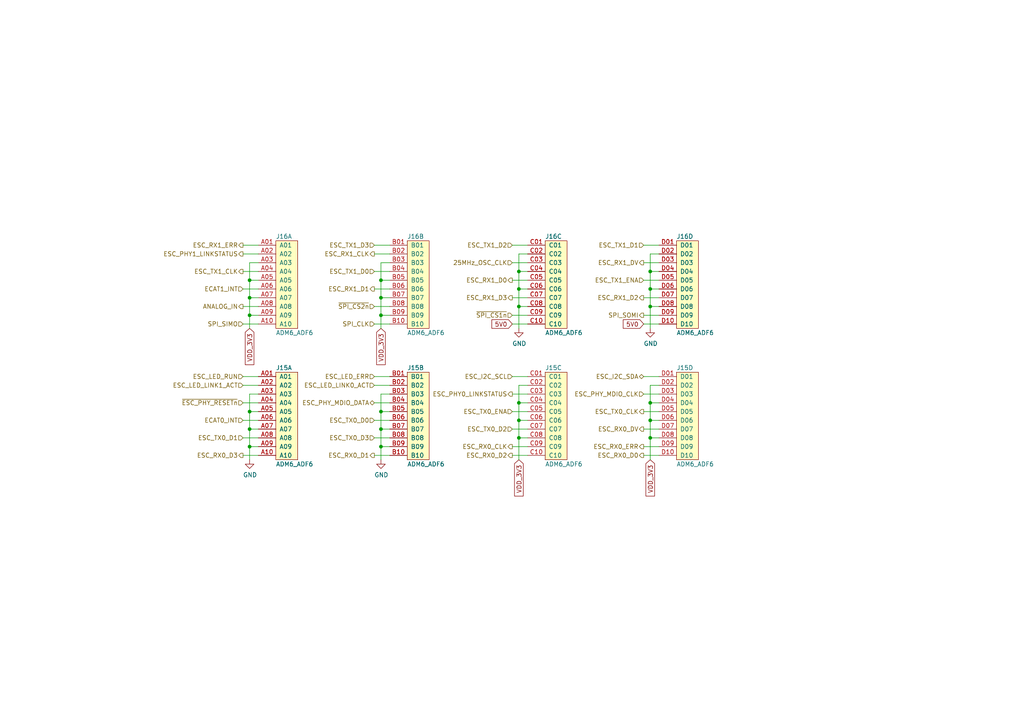
<source format=kicad_sch>
(kicad_sch (version 20211123) (generator eeschema)
  (paper "A4")
  (title_block (title "Open MOtor DRiver Initiative (OMODRI)") (date "2020-12-16") (rev "1.1") (company "LAAS/CNRS"))
  (lib_symbols
    (symbol "omodri_lib:ADM6_ADF6" (pin_names (offset 1.016))
      (property "Reference" "J" (at 2.54 13.97 0))
      (property "Value" "ADM6_ADF6" (at 2.54 -13.97 0))
      (symbol "ADM6_ADF6_0_1"
        (rectangle (start 0 12.7) (end 6.35 -12.7) (fill (type background)))
      )
      (symbol "ADM6_ADF6_1_1"
        (pin passive line (at -5.08 11.43 0) (length 5.08) (name "A01") (number "A01"))
        (pin passive line (at -5.08 8.89 0) (length 5.08) (name "A02") (number "A02"))
        (pin passive line (at -5.08 6.35 0) (length 5.08) (name "A03") (number "A03"))
        (pin passive line (at -5.08 3.81 0) (length 5.08) (name "A04") (number "A04"))
        (pin passive line (at -5.08 1.27 0) (length 5.08) (name "A05") (number "A05"))
        (pin passive line (at -5.08 -1.27 0) (length 5.08) (name "A06") (number "A06"))
        (pin passive line (at -5.08 -3.81 0) (length 5.08) (name "A07") (number "A07"))
        (pin passive line (at -5.08 -6.35 0) (length 5.08) (name "A08") (number "A08"))
        (pin passive line (at -5.08 -8.89 0) (length 5.08) (name "A09") (number "A09"))
        (pin passive line (at -5.08 -11.43 0) (length 5.08) (name "A10") (number "A10"))
      )
      (symbol "ADM6_ADF6_2_1"
        (pin passive line (at -5.08 11.43 0) (length 5.08) (name "B01") (number "B01"))
        (pin passive line (at -5.08 8.89 0) (length 5.08) (name "B02") (number "B02"))
        (pin passive line (at -5.08 6.35 0) (length 5.08) (name "B03") (number "B03"))
        (pin passive line (at -5.08 3.81 0) (length 5.08) (name "B04") (number "B04"))
        (pin passive line (at -5.08 1.27 0) (length 5.08) (name "B05") (number "B05"))
        (pin passive line (at -5.08 -1.27 0) (length 5.08) (name "B06") (number "B06"))
        (pin passive line (at -5.08 -3.81 0) (length 5.08) (name "B07") (number "B07"))
        (pin passive line (at -5.08 -6.35 0) (length 5.08) (name "B08") (number "B08"))
        (pin passive line (at -5.08 -8.89 0) (length 5.08) (name "B09") (number "B09"))
        (pin passive line (at -5.08 -11.43 0) (length 5.08) (name "B10") (number "B10"))
      )
      (symbol "ADM6_ADF6_3_1"
        (pin passive line (at -5.08 11.43 0) (length 5.08) (name "C01") (number "C01"))
        (pin passive line (at -5.08 8.89 0) (length 5.08) (name "C02") (number "C02"))
        (pin passive line (at -5.08 6.35 0) (length 5.08) (name "C03") (number "C03"))
        (pin passive line (at -5.08 3.81 0) (length 5.08) (name "C04") (number "C04"))
        (pin passive line (at -5.08 1.27 0) (length 5.08) (name "C05") (number "C05"))
        (pin passive line (at -5.08 -1.27 0) (length 5.08) (name "C06") (number "C06"))
        (pin passive line (at -5.08 -3.81 0) (length 5.08) (name "C07") (number "C07"))
        (pin passive line (at -5.08 -6.35 0) (length 5.08) (name "C08") (number "C08"))
        (pin passive line (at -5.08 -8.89 0) (length 5.08) (name "C09") (number "C09"))
        (pin passive line (at -5.08 -11.43 0) (length 5.08) (name "C10") (number "C10"))
      )
      (symbol "ADM6_ADF6_4_1"
        (pin passive line (at -5.08 11.43 0) (length 5.08) (name "D01") (number "D01"))
        (pin passive line (at -5.08 8.89 0) (length 5.08) (name "D02") (number "D02"))
        (pin passive line (at -5.08 6.35 0) (length 5.08) (name "D03") (number "D03"))
        (pin passive line (at -5.08 3.81 0) (length 5.08) (name "D04") (number "D04"))
        (pin passive line (at -5.08 1.27 0) (length 5.08) (name "D05") (number "D05"))
        (pin passive line (at -5.08 -1.27 0) (length 5.08) (name "D06") (number "D06"))
        (pin passive line (at -5.08 -3.81 0) (length 5.08) (name "D07") (number "D07"))
        (pin passive line (at -5.08 -6.35 0) (length 5.08) (name "D08") (number "D08"))
        (pin passive line (at -5.08 -8.89 0) (length 5.08) (name "D09") (number "D09"))
        (pin passive line (at -5.08 -11.43 0) (length 5.08) (name "D10") (number "D10"))
      )
    )
    (symbol "power:GND" (power) (pin_names (offset 0))
      (property "Value" "GND" (at 0 -3.81 0))
      (symbol "GND_0_1"
        (polyline (pts (xy 0 0) (xy 0 -1.27) (xy 1.27 -1.27) (xy 0 -2.54) (xy -1.27 -1.27) (xy 0 -1.27)))
      )
      (symbol "GND_1_1"
        (pin power_in line (at 0 0 270) (length 0) hide (name "GND") (number "1"))
      )
    )
  )
  (junction (at 72.39 124.46))
  (junction (at 150.495 78.74))
  (junction (at 188.595 127))
  (junction (at 188.595 83.82))
  (junction (at 72.39 81.28))
  (junction (at 188.595 88.9))
  (junction (at 150.495 88.9))
  (junction (at 150.495 127))
  (junction (at 110.49 91.44))
  (junction (at 110.49 119.38))
  (junction (at 72.39 129.54))
  (junction (at 110.49 129.54))
  (junction (at 188.595 121.92))
  (junction (at 150.495 116.84))
  (junction (at 150.495 83.82))
  (junction (at 188.595 78.74))
  (junction (at 72.39 91.44))
  (junction (at 110.49 124.46))
  (junction (at 188.595 116.84))
  (junction (at 110.49 81.28))
  (junction (at 150.495 121.92))
  (junction (at 72.39 86.36))
  (junction (at 72.39 119.38))
  (junction (at 110.49 86.36))
  (wire (pts (xy 74.93 127) (xy 70.485 127)))
  (wire (pts (xy 153.035 76.2) (xy 148.59 76.2)))
  (wire (pts (xy 150.495 73.66) (xy 150.495 78.74)))
  (wire (pts (xy 153.035 132.08) (xy 148.59 132.08)))
  (wire (pts (xy 153.035 73.66) (xy 150.495 73.66)))
  (wire (pts (xy 148.59 109.22) (xy 153.035 109.22)))
  (wire (pts (xy 153.035 86.36) (xy 148.59 86.36)))
  (wire (pts (xy 186.69 76.2) (xy 191.135 76.2)))
  (wire (pts (xy 110.49 76.2) (xy 113.03 76.2)))
  (wire (pts (xy 186.69 119.38) (xy 191.135 119.38)))
  (wire (pts (xy 113.03 93.98) (xy 108.585 93.98)))
  (wire (pts (xy 191.135 71.12) (xy 186.69 71.12)))
  (wire (pts (xy 191.135 121.92) (xy 188.595 121.92)))
  (wire (pts (xy 113.03 129.54) (xy 110.49 129.54)))
  (wire (pts (xy 188.595 111.76) (xy 188.595 116.84)))
  (wire (pts (xy 191.135 81.28) (xy 186.69 81.28)))
  (wire (pts (xy 74.93 116.84) (xy 70.485 116.84)))
  (wire (pts (xy 191.135 83.82) (xy 188.595 83.82)))
  (wire (pts (xy 72.39 81.28) (xy 74.93 81.28)))
  (wire (pts (xy 153.035 71.12) (xy 148.59 71.12)))
  (wire (pts (xy 70.485 111.76) (xy 74.93 111.76)))
  (wire (pts (xy 150.495 116.84) (xy 150.495 121.92)))
  (wire (pts (xy 186.69 91.44) (xy 191.135 91.44)))
  (wire (pts (xy 150.495 88.9) (xy 150.495 95.25)))
  (wire (pts (xy 110.49 124.46) (xy 110.49 129.54)))
  (wire (pts (xy 110.49 119.38) (xy 110.49 124.46)))
  (wire (pts (xy 72.39 129.54) (xy 72.39 133.35)))
  (wire (pts (xy 110.49 95.25) (xy 110.49 91.44)))
  (wire (pts (xy 74.93 129.54) (xy 72.39 129.54)))
  (wire (pts (xy 72.39 86.36) (xy 72.39 81.28)))
  (wire (pts (xy 72.39 124.46) (xy 72.39 129.54)))
  (wire (pts (xy 153.035 88.9) (xy 150.495 88.9)))
  (wire (pts (xy 74.93 93.98) (xy 70.485 93.98)))
  (wire (pts (xy 153.035 127) (xy 150.495 127)))
  (wire (pts (xy 70.485 109.22) (xy 74.93 109.22)))
  (wire (pts (xy 113.03 78.74) (xy 108.585 78.74)))
  (wire (pts (xy 188.595 121.92) (xy 188.595 127)))
  (wire (pts (xy 188.595 116.84) (xy 188.595 121.92)))
  (wire (pts (xy 72.39 95.25) (xy 72.39 91.44)))
  (wire (pts (xy 188.595 111.76) (xy 191.135 111.76)))
  (wire (pts (xy 150.495 111.76) (xy 150.495 116.84)))
  (wire (pts (xy 74.93 121.92) (xy 70.485 121.92)))
  (wire (pts (xy 191.135 114.3) (xy 186.69 114.3)))
  (wire (pts (xy 110.49 86.36) (xy 110.49 81.28)))
  (wire (pts (xy 72.39 76.2) (xy 74.93 76.2)))
  (wire (pts (xy 148.59 119.38) (xy 153.035 119.38)))
  (wire (pts (xy 188.595 127) (xy 188.595 133.35)))
  (wire (pts (xy 108.585 71.12) (xy 113.03 71.12)))
  (wire (pts (xy 110.49 114.3) (xy 110.49 119.38)))
  (wire (pts (xy 74.93 86.36) (xy 72.39 86.36)))
  (wire (pts (xy 191.135 127) (xy 188.595 127)))
  (wire (pts (xy 74.93 114.3) (xy 72.39 114.3)))
  (wire (pts (xy 72.39 91.44) (xy 72.39 86.36)))
  (wire (pts (xy 188.595 88.9) (xy 188.595 83.82)))
  (wire (pts (xy 113.03 124.46) (xy 110.49 124.46)))
  (wire (pts (xy 108.585 111.76) (xy 113.03 111.76)))
  (wire (pts (xy 148.59 93.98) (xy 153.035 93.98)))
  (wire (pts (xy 113.03 88.9) (xy 108.585 88.9)))
  (wire (pts (xy 186.69 93.98) (xy 191.135 93.98)))
  (wire (pts (xy 150.495 78.74) (xy 150.495 83.82)))
  (wire (pts (xy 110.49 86.36) (xy 110.49 91.44)))
  (wire (pts (xy 113.03 81.28) (xy 110.49 81.28)))
  (wire (pts (xy 113.03 127) (xy 108.585 127)))
  (wire (pts (xy 72.39 114.3) (xy 72.39 119.38)))
  (wire (pts (xy 191.135 78.74) (xy 188.595 78.74)))
  (wire (pts (xy 72.39 91.44) (xy 74.93 91.44)))
  (wire (pts (xy 113.03 121.92) (xy 108.585 121.92)))
  (wire (pts (xy 113.03 83.82) (xy 108.585 83.82)))
  (wire (pts (xy 110.49 81.28) (xy 110.49 76.2)))
  (wire (pts (xy 150.495 83.82) (xy 150.495 88.9)))
  (wire (pts (xy 186.69 124.46) (xy 191.135 124.46)))
  (wire (pts (xy 74.93 124.46) (xy 72.39 124.46)))
  (wire (pts (xy 74.93 73.66) (xy 70.485 73.66)))
  (wire (pts (xy 188.595 88.9) (xy 188.595 95.25)))
  (wire (pts (xy 74.93 78.74) (xy 70.485 78.74)))
  (wire (pts (xy 191.135 132.08) (xy 186.69 132.08)))
  (wire (pts (xy 153.035 121.92) (xy 150.495 121.92)))
  (wire (pts (xy 186.69 129.54) (xy 191.135 129.54)))
  (wire (pts (xy 188.595 78.74) (xy 188.595 73.66)))
  (wire (pts (xy 108.585 109.22) (xy 113.03 109.22)))
  (wire (pts (xy 188.595 83.82) (xy 188.595 78.74)))
  (wire (pts (xy 188.595 73.66) (xy 191.135 73.66)))
  (wire (pts (xy 72.39 81.28) (xy 72.39 76.2)))
  (wire (pts (xy 148.59 114.3) (xy 153.035 114.3)))
  (wire (pts (xy 113.03 114.3) (xy 110.49 114.3)))
  (wire (pts (xy 74.93 83.82) (xy 70.485 83.82)))
  (wire (pts (xy 108.585 73.66) (xy 113.03 73.66)))
  (wire (pts (xy 186.69 109.22) (xy 191.135 109.22)))
  (wire (pts (xy 150.495 121.92) (xy 150.495 127)))
  (wire (pts (xy 113.03 132.08) (xy 108.585 132.08)))
  (wire (pts (xy 191.135 88.9) (xy 188.595 88.9)))
  (wire (pts (xy 153.035 83.82) (xy 150.495 83.82)))
  (wire (pts (xy 110.49 129.54) (xy 110.49 133.35)))
  (wire (pts (xy 113.03 116.84) (xy 108.585 116.84)))
  (wire (pts (xy 153.035 91.44) (xy 148.59 91.44)))
  (wire (pts (xy 148.59 129.54) (xy 153.035 129.54)))
  (wire (pts (xy 74.93 132.08) (xy 70.485 132.08)))
  (wire (pts (xy 72.39 119.38) (xy 72.39 124.46)))
  (wire (pts (xy 74.93 119.38) (xy 72.39 119.38)))
  (wire (pts (xy 113.03 119.38) (xy 110.49 119.38)))
  (wire (pts (xy 186.69 86.36) (xy 191.135 86.36)))
  (wire (pts (xy 191.135 116.84) (xy 188.595 116.84)))
  (wire (pts (xy 153.035 78.74) (xy 150.495 78.74)))
  (wire (pts (xy 70.485 88.9) (xy 74.93 88.9)))
  (wire (pts (xy 150.495 111.76) (xy 153.035 111.76)))
  (wire (pts (xy 153.035 116.84) (xy 150.495 116.84)))
  (wire (pts (xy 153.035 81.28) (xy 148.59 81.28)))
  (wire (pts (xy 150.495 127) (xy 150.495 133.35)))
  (wire (pts (xy 148.59 124.46) (xy 153.035 124.46)))
  (wire (pts (xy 110.49 91.44) (xy 113.03 91.44)))
  (wire (pts (xy 113.03 86.36) (xy 110.49 86.36)))
  (wire (pts (xy 70.485 71.12) (xy 74.93 71.12)))
  (global_label "5V0" (shape input) (at 186.69 93.98 180) (property "Références Inter-Feuilles" "${INTERSHEET_REFS}" (effects hide)))
  (global_label "VDD_3V3" (shape input) (at 150.495 133.35 270) (property "Références Inter-Feuilles" "${INTERSHEET_REFS}" (effects hide)))
  (global_label "VDD_3V3" (shape input) (at 110.49 95.25 270) (property "Références Inter-Feuilles" "${INTERSHEET_REFS}" (effects hide)))
  (global_label "5V0" (shape input) (at 148.59 93.98 180) (property "Références Inter-Feuilles" "${INTERSHEET_REFS}" (effects hide)))
  (global_label "VDD_3V3" (shape input) (at 188.595 133.35 270) (property "Références Inter-Feuilles" "${INTERSHEET_REFS}" (effects hide)))
  (global_label "VDD_3V3" (shape input) (at 72.39 95.25 270) (property "Références Inter-Feuilles" "${INTERSHEET_REFS}" (effects hide)))
  (hierarchical_label "ESC_LED_ERR" (shape input) (at 108.585 109.22 180))
  (hierarchical_label "SPI_SOMI" (shape output) (at 186.69 91.44 180))
  (hierarchical_label "ESC_TX0_D1" (shape input) (at 70.485 127 180))
  (hierarchical_label "ESC_TX1_D1" (shape input) (at 186.69 71.12 180))
  (hierarchical_label "ESC_RX0_D1" (shape output) (at 108.585 132.08 180))
  (hierarchical_label "ESC_RX1_D1" (shape output) (at 108.585 83.82 180))
  (hierarchical_label "ESC_RX1_D3" (shape output) (at 148.59 86.36 180))
  (hierarchical_label "ECAT1_INT" (shape input) (at 70.485 83.82 180))
  (hierarchical_label "ESC_TX1_D3" (shape input) (at 108.585 71.12 180))
  (hierarchical_label "ESC_TX1_CLK" (shape output) (at 70.485 78.74 180))
  (hierarchical_label "ESC_RX0_D2" (shape output) (at 148.59 132.08 180))
  (hierarchical_label "SPI_CLK" (shape input) (at 108.585 93.98 180))
  (hierarchical_label "ESC_LED_LINK1_ACT" (shape input) (at 70.485 111.76 180))
  (hierarchical_label "ESC_PHY0_LINKSTATUS" (shape output) (at 148.59 114.3 180))
  (hierarchical_label "ESC_RX0_CLK" (shape output) (at 148.59 129.54 180))
  (hierarchical_label "ANALOG_IN" (shape output) (at 70.485 88.9 180))
  (hierarchical_label "ESC_I2C_SDA" (shape bidirectional) (at 186.69 109.22 180))
  (hierarchical_label "ESC_RX0_ERR" (shape output) (at 186.69 129.54 180))
  (hierarchical_label "ESC_LED_RUN" (shape input) (at 70.485 109.22 180))
  (hierarchical_label "ESC_RX1_DV" (shape output) (at 186.69 76.2 180))
  (hierarchical_label "ESC_PHY_MDIO_CLK" (shape input) (at 186.69 114.3 180))
  (hierarchical_label "ESC_TX1_D0" (shape input) (at 108.585 78.74 180))
  (hierarchical_label "ESC_TX1_ENA" (shape input) (at 186.69 81.28 180))
  (hierarchical_label "ESC_TX1_D2" (shape input) (at 148.59 71.12 180))
  (hierarchical_label "ESC_I2C_SCL" (shape input) (at 148.59 109.22 180))
  (hierarchical_label "ESC_TX0_D3" (shape input) (at 108.585 127 180))
  (hierarchical_label "ESC_PHY1_LINKSTATUS" (shape output) (at 70.485 73.66 180))
  (hierarchical_label "ESC_RX0_DV" (shape output) (at 186.69 124.46 180))
  (hierarchical_label "~{SPI_CS1n}" (shape input) (at 148.59 91.44 180))
  (hierarchical_label "ESC_RX1_CLK" (shape output) (at 108.585 73.66 180))
  (hierarchical_label "ESC_TX0_CLK" (shape output) (at 186.69 119.38 180))
  (hierarchical_label "ESC_RX1_D2" (shape output) (at 186.69 86.36 180))
  (hierarchical_label "ESC_TX0_ENA" (shape input) (at 148.59 119.38 180))
  (hierarchical_label "ESC_RX0_D3" (shape output) (at 70.485 132.08 180))
  (hierarchical_label "25MHz_OSC_CLK" (shape input) (at 148.59 76.2 180))
  (hierarchical_label "ESC_TX0_D2" (shape input) (at 148.59 124.46 180))
  (hierarchical_label "ESC_TX0_D0" (shape input) (at 108.585 121.92 180))
  (hierarchical_label "ESC_PHY_MDIO_DATA" (shape bidirectional) (at 108.585 116.84 180))
  (hierarchical_label "~{SPI_CS2n}" (shape input) (at 108.585 88.9 180))
  (hierarchical_label "ESC_RX1_D0" (shape output) (at 148.59 81.28 180))
  (hierarchical_label "ESC_LED_LINK0_ACT" (shape input) (at 108.585 111.76 180))
  (hierarchical_label "~{ESC_PHY_RESETn}" (shape input) (at 70.485 116.84 180))
  (hierarchical_label "ECAT0_INT" (shape input) (at 70.485 121.92 180))
  (hierarchical_label "SPI_SIMO" (shape input) (at 70.485 93.98 180))
  (hierarchical_label "ESC_RX1_ERR" (shape output) (at 70.485 71.12 180))
  (hierarchical_label "ESC_RX0_D0" (shape output) (at 186.69 132.08 180))
  (symbol (lib_id "power:GND") (at 150.495 95.25 0) (unit 1)
    (property "Reference" "#PWR0155" (effects hide))
    (property "Value" "GND" (at 150.622 99.6442 0))
  )
  (symbol (lib_id "power:GND") (at 188.595 95.25 0) (unit 1)
    (property "Reference" "#PWR0156" (effects hide))
    (property "Value" "GND" (at 188.722 99.6442 0))
  )
  (symbol (lib_id "omodri_lib:ADM6_ADF6") (at 80.01 82.55 0) (unit 1)
    (property "Reference" "J16" (at 80.01 68.58 0) (effects (justify left)))
    (property "Value" "ADM6_ADF6" (at 80.01 96.52 0) (effects (justify left)))
    (property "Footprint" "udriver3:ADF6-10-XX.X-XXX-4-X-A-XR" (effects hide))
    (property "Datasheet" "http://suddendocs.samtec.com/prints/adf6-xxx-xx.x-xxx-4-x-x-xr-mkt.pdf" (effects hide))
    (property "DigiKey" "612-ADF6-10-03.5-L-4-2-A-TR-ND" (effects hide))
    (property "Farnell" "3462763" (effects hide))
    (property "Mouser" "200-ADF6-10-3.5-L42A" (effects hide))
    (property "Part No" "ADF6-10-03.5-L-4-2-A" (effects hide))
    (property "RS" "202-7885" (effects hide))
  )
  (symbol (lib_id "omodri_lib:ADM6_ADF6") (at 118.11 82.55 0) (unit 2)
    (property "Reference" "J16" (at 118.11 68.58 0) (effects (justify left)))
    (property "Value" "ADM6_ADF6" (at 118.11 96.52 0) (effects (justify left)))
    (property "Footprint" "udriver3:ADF6-10-XX.X-XXX-4-X-A-XR" (effects hide))
    (property "Datasheet" "http://suddendocs.samtec.com/prints/adf6-xxx-xx.x-xxx-4-x-x-xr-mkt.pdf" (effects hide))
    (property "DigiKey" "612-ADF6-10-03.5-L-4-2-A-TR-ND" (effects hide))
    (property "Farnell" "3462763" (effects hide))
    (property "Mouser" "200-ADF6-10-3.5-L42A" (effects hide))
    (property "Part No" "ADF6-10-03.5-L-4-2-A" (effects hide))
    (property "RS" "202-7885" (effects hide))
  )
  (symbol (lib_id "omodri_lib:ADM6_ADF6") (at 158.115 82.55 0) (unit 3)
    (property "Reference" "J16" (at 158.115 68.58 0) (effects (justify left)))
    (property "Value" "ADM6_ADF6" (at 158.115 96.52 0) (effects (justify left)))
    (property "Footprint" "udriver3:ADF6-10-XX.X-XXX-4-X-A-XR" (effects hide))
    (property "Datasheet" "http://suddendocs.samtec.com/prints/adf6-xxx-xx.x-xxx-4-x-x-xr-mkt.pdf" (effects hide))
    (property "DigiKey" "612-ADF6-10-03.5-L-4-2-A-TR-ND" (effects hide))
    (property "Farnell" "3462763" (effects hide))
    (property "Mouser" "200-ADF6-10-3.5-L42A" (effects hide))
    (property "Part No" "ADF6-10-03.5-L-4-2-A" (effects hide))
    (property "RS" "202-7885" (effects hide))
  )
  (symbol (lib_id "omodri_lib:ADM6_ADF6") (at 196.215 82.55 0) (unit 4)
    (property "Reference" "J16" (at 196.215 68.58 0) (effects (justify left)))
    (property "Value" "ADM6_ADF6" (at 196.215 96.52 0) (effects (justify left)))
    (property "Footprint" "udriver3:ADF6-10-XX.X-XXX-4-X-A-XR" (effects hide))
    (property "Datasheet" "http://suddendocs.samtec.com/prints/adf6-xxx-xx.x-xxx-4-x-x-xr-mkt.pdf" (effects hide))
    (property "DigiKey" "612-ADF6-10-03.5-L-4-2-A-TR-ND" (effects hide))
    (property "Farnell" "3462763" (effects hide))
    (property "Mouser" "200-ADF6-10-3.5-L42A" (effects hide))
    (property "Part No" "ADF6-10-03.5-L-4-2-A" (effects hide))
    (property "RS" "202-7885" (effects hide))
  )
  (symbol (lib_id "omodri_lib:ADM6_ADF6") (at 80.01 120.65 0) (unit 1)
    (property "Reference" "J15" (at 80.01 106.68 0) (effects (justify left)))
    (property "Value" "ADM6_ADF6" (at 80.01 134.62 0) (effects (justify left)))
    (property "Footprint" "udriver3:ADF6-10-XX.X-XXX-4-X-A-XR" (effects hide))
    (property "Datasheet" "http://suddendocs.samtec.com/prints/adf6-xxx-xx.x-xxx-4-x-x-xr-mkt.pdf" (effects hide))
    (property "DigiKey" "612-ADF6-10-03.5-L-4-2-A-TR-ND" (effects hide))
    (property "Farnell" "3462763" (effects hide))
    (property "Mouser" "200-ADF6-10-3.5-L42A" (effects hide))
    (property "Part No" "ADF6-10-03.5-L-4-2-A" (effects hide))
    (property "RS" "202-7885" (effects hide))
  )
  (symbol (lib_id "omodri_lib:ADM6_ADF6") (at 118.11 120.65 0) (unit 2)
    (property "Reference" "J15" (at 118.11 106.68 0) (effects (justify left)))
    (property "Value" "ADM6_ADF6" (at 118.11 134.62 0) (effects (justify left)))
    (property "Footprint" "udriver3:ADF6-10-XX.X-XXX-4-X-A-XR" (effects hide))
    (property "Datasheet" "http://suddendocs.samtec.com/prints/adf6-xxx-xx.x-xxx-4-x-x-xr-mkt.pdf" (effects hide))
    (property "DigiKey" "612-ADF6-10-03.5-L-4-2-A-TR-ND" (effects hide))
    (property "Farnell" "3462763" (effects hide))
    (property "Mouser" "200-ADF6-10-3.5-L42A" (effects hide))
    (property "Part No" "ADF6-10-03.5-L-4-2-A" (effects hide))
    (property "RS" "202-7885" (effects hide))
  )
  (symbol (lib_id "omodri_lib:ADM6_ADF6") (at 158.115 120.65 0) (unit 3)
    (property "Reference" "J15" (at 158.115 106.68 0) (effects (justify left)))
    (property "Value" "ADM6_ADF6" (at 158.115 134.62 0) (effects (justify left)))
    (property "Footprint" "udriver3:ADF6-10-XX.X-XXX-4-X-A-XR" (effects hide))
    (property "Datasheet" "http://suddendocs.samtec.com/prints/adf6-xxx-xx.x-xxx-4-x-x-xr-mkt.pdf" (effects hide))
    (property "DigiKey" "612-ADF6-10-03.5-L-4-2-A-TR-ND" (effects hide))
    (property "Farnell" "3462763" (effects hide))
    (property "Mouser" "200-ADF6-10-3.5-L42A" (effects hide))
    (property "Part No" "ADF6-10-03.5-L-4-2-A" (effects hide))
    (property "RS" "202-7885" (effects hide))
  )
  (symbol (lib_id "omodri_lib:ADM6_ADF6") (at 196.215 120.65 0) (unit 4)
    (property "Reference" "J15" (at 196.215 106.68 0) (effects (justify left)))
    (property "Value" "ADM6_ADF6" (at 196.215 134.62 0) (effects (justify left)))
    (property "Footprint" "udriver3:ADF6-10-XX.X-XXX-4-X-A-XR" (effects hide))
    (property "Datasheet" "http://suddendocs.samtec.com/prints/adf6-xxx-xx.x-xxx-4-x-x-xr-mkt.pdf" (effects hide))
    (property "DigiKey" "612-ADF6-10-03.5-L-4-2-A-TR-ND" (effects hide))
    (property "Farnell" "3462763" (effects hide))
    (property "Mouser" "200-ADF6-10-3.5-L42A" (effects hide))
    (property "Part No" "ADF6-10-03.5-L-4-2-A" (effects hide))
    (property "RS" "202-7885" (effects hide))
  )
  (symbol (lib_id "power:GND") (at 110.49 133.35 0) (unit 1)
    (property "Reference" "#PWR0161" (effects hide))
    (property "Value" "GND" (at 110.617 137.7442 0))
  )
  (symbol (lib_id "power:GND") (at 72.39 133.35 0) (unit 1)
    (property "Reference" "#PWR0160" (effects hide))
    (property "Value" "GND" (at 72.517 137.7442 0))
  )
)
</source>
